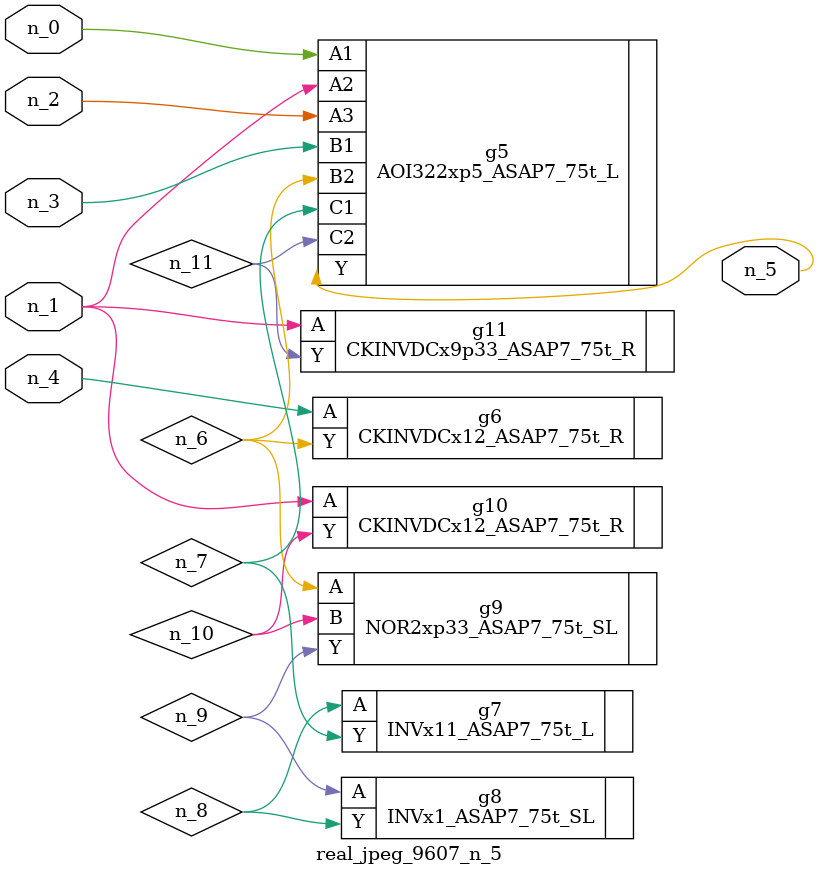
<source format=v>
module real_jpeg_9607_n_5 (n_4, n_0, n_1, n_2, n_3, n_5);

input n_4;
input n_0;
input n_1;
input n_2;
input n_3;

output n_5;

wire n_8;
wire n_11;
wire n_6;
wire n_7;
wire n_10;
wire n_9;

AOI322xp5_ASAP7_75t_L g5 ( 
.A1(n_0),
.A2(n_1),
.A3(n_2),
.B1(n_3),
.B2(n_6),
.C1(n_7),
.C2(n_11),
.Y(n_5)
);

CKINVDCx12_ASAP7_75t_R g10 ( 
.A(n_1),
.Y(n_10)
);

CKINVDCx9p33_ASAP7_75t_R g11 ( 
.A(n_1),
.Y(n_11)
);

CKINVDCx12_ASAP7_75t_R g6 ( 
.A(n_4),
.Y(n_6)
);

NOR2xp33_ASAP7_75t_SL g9 ( 
.A(n_6),
.B(n_10),
.Y(n_9)
);

INVx11_ASAP7_75t_L g7 ( 
.A(n_8),
.Y(n_7)
);

INVx1_ASAP7_75t_SL g8 ( 
.A(n_9),
.Y(n_8)
);


endmodule
</source>
